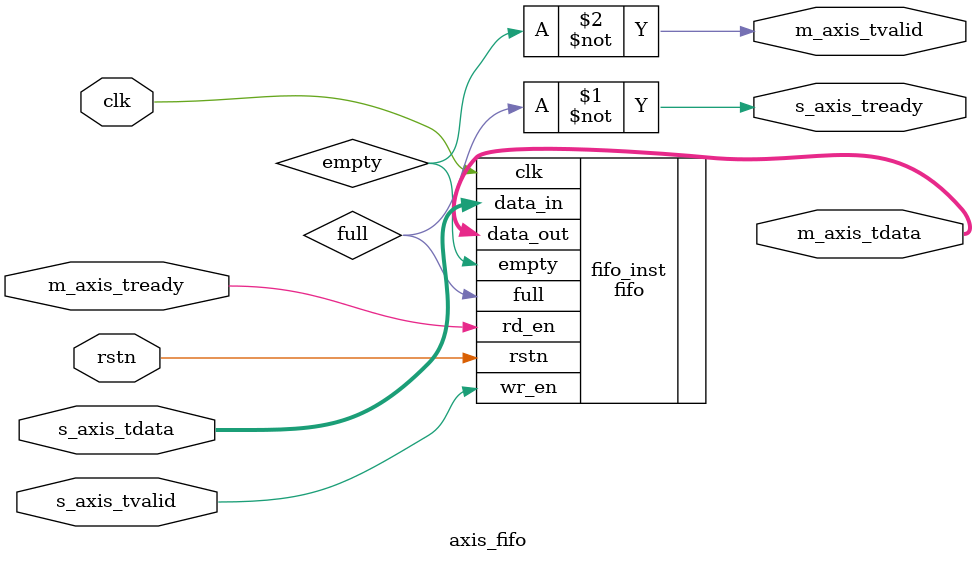
<source format=v>
`timescale 1ns / 1ps

module axis_fifo #(
    parameter DATA_WIDTH = 8,
    parameter DEPTH = 8,
    parameter ADDR_WIDTH = 3
)
(
    input clk,
    input rstn,

    //Slave interface (reacing data)
    input [DATA_WIDTH-1:0] s_axis_tdata,
    input s_axis_tvalid,    
    output s_axis_tready,

    //Master interface (sending data)
    output [DATA_WIDTH-1:0] m_axis_tdata,
    output m_axis_tvalid,
    input m_axis_tready
);

    wire full;
    wire empty;

    assign s_axis_tready = ~full;
    assign m_axis_tvalid = ~empty;

    fifo #(
        .DATA_WIDTH(DATA_WIDTH),
        .DEPTH(DEPTH),
        .ADDR_WIDTH(ADDR_WIDTH)
    ) fifo_inst (
        .clk(clk),
        .rstn(rstn),

        .data_in(s_axis_tdata),
        .wr_en(s_axis_tvalid),
        .full(full),

        .data_out(m_axis_tdata),
        .rd_en(m_axis_tready),
        .empty(empty)
    );

endmodule
</source>
